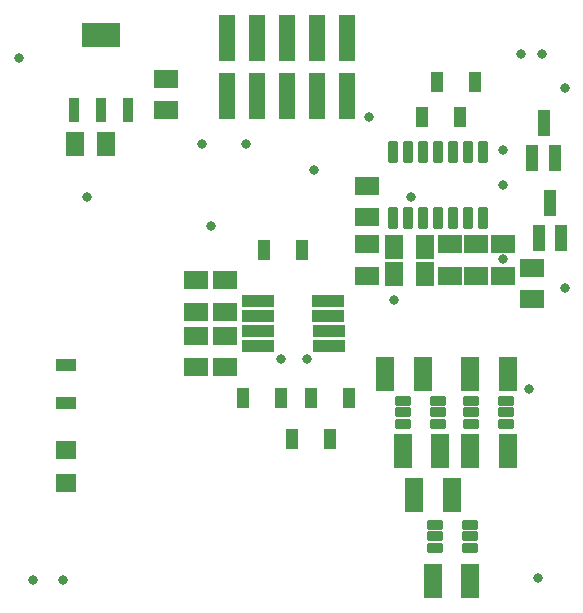
<source format=gts>
G04*
G04 #@! TF.GenerationSoftware,Altium Limited,Altium Designer,22.5.1 (42)*
G04*
G04 Layer_Color=8388736*
%FSLAX44Y44*%
%MOMM*%
G71*
G04*
G04 #@! TF.SameCoordinates,CF4701AC-517D-4BF5-B978-186F02F9A4D0*
G04*
G04*
G04 #@! TF.FilePolarity,Negative*
G04*
G01*
G75*
%ADD20R,3.2121X2.0542*%
%ADD21R,0.9534X2.0542*%
%ADD29R,1.1032X1.7532*%
%ADD30R,1.5532X3.0032*%
G04:AMPARAMS|DCode=31|XSize=0.8532mm|YSize=1.4032mm|CornerRadius=0.1504mm|HoleSize=0mm|Usage=FLASHONLY|Rotation=270.000|XOffset=0mm|YOffset=0mm|HoleType=Round|Shape=RoundedRectangle|*
%AMROUNDEDRECTD31*
21,1,0.8532,1.1025,0,0,270.0*
21,1,0.5525,1.4032,0,0,270.0*
1,1,0.3007,-0.5513,-0.2763*
1,1,0.3007,-0.5513,0.2763*
1,1,0.3007,0.5513,0.2763*
1,1,0.3007,0.5513,-0.2763*
%
%ADD31ROUNDEDRECTD31*%
%ADD32R,1.4732X3.8832*%
%ADD33R,2.0232X1.6432*%
%ADD34R,1.8032X1.6032*%
%ADD35R,1.6432X2.0232*%
G04:AMPARAMS|DCode=36|XSize=0.8532mm|YSize=1.8532mm|CornerRadius=0.1504mm|HoleSize=0mm|Usage=FLASHONLY|Rotation=180.000|XOffset=0mm|YOffset=0mm|HoleType=Round|Shape=RoundedRectangle|*
%AMROUNDEDRECTD36*
21,1,0.8532,1.5525,0,0,180.0*
21,1,0.5525,1.8532,0,0,180.0*
1,1,0.3007,-0.2763,0.7763*
1,1,0.3007,0.2763,0.7763*
1,1,0.3007,0.2763,-0.7763*
1,1,0.3007,-0.2763,-0.7763*
%
%ADD36ROUNDEDRECTD36*%
%ADD37R,1.0032X2.2032*%
%ADD38R,2.7032X1.0532*%
%ADD39R,1.7532X1.1032*%
%ADD40C,0.8032*%
D20*
X107500Y499250D02*
D03*
D21*
X130500Y435750D02*
D03*
X107500D02*
D03*
X84500D02*
D03*
D29*
X317500Y192500D02*
D03*
X285200D02*
D03*
X391350Y460000D02*
D03*
X423650D02*
D03*
X378850Y430000D02*
D03*
X411150D02*
D03*
X301150Y157500D02*
D03*
X268850D02*
D03*
X260000Y192500D02*
D03*
X227700D02*
D03*
X245200Y317500D02*
D03*
X277500D02*
D03*
D30*
X404500Y110000D02*
D03*
X372500D02*
D03*
X388000Y37500D02*
D03*
X420000D02*
D03*
X452000Y147500D02*
D03*
X420000D02*
D03*
Y212500D02*
D03*
X452000D02*
D03*
X362500Y147500D02*
D03*
X394500D02*
D03*
X379500Y212500D02*
D03*
X347500D02*
D03*
D31*
X419750Y65500D02*
D03*
Y75000D02*
D03*
Y84500D02*
D03*
X390250D02*
D03*
Y75000D02*
D03*
Y65500D02*
D03*
X392250Y170500D02*
D03*
Y180000D02*
D03*
Y189500D02*
D03*
X362750D02*
D03*
Y180000D02*
D03*
Y170500D02*
D03*
X449750Y189500D02*
D03*
Y180000D02*
D03*
Y170500D02*
D03*
X420250D02*
D03*
Y180000D02*
D03*
Y189500D02*
D03*
D32*
X214200Y447750D02*
D03*
Y497250D02*
D03*
X239600Y447750D02*
D03*
Y497250D02*
D03*
X265000Y447750D02*
D03*
Y497250D02*
D03*
X290400Y447750D02*
D03*
Y497250D02*
D03*
X315800Y447750D02*
D03*
Y497250D02*
D03*
D33*
X187500Y291720D02*
D03*
Y265000D02*
D03*
X332500Y345000D02*
D03*
Y371720D02*
D03*
Y322500D02*
D03*
Y295780D02*
D03*
X402500D02*
D03*
Y322500D02*
D03*
X425000Y295780D02*
D03*
Y322500D02*
D03*
X447500Y295780D02*
D03*
Y322500D02*
D03*
X472500Y302500D02*
D03*
Y275780D02*
D03*
X162500Y462500D02*
D03*
Y435780D02*
D03*
X212500Y265000D02*
D03*
Y291720D02*
D03*
X187500Y245000D02*
D03*
Y218280D02*
D03*
X212500Y245000D02*
D03*
Y218280D02*
D03*
D34*
X77500Y148000D02*
D03*
Y120000D02*
D03*
D35*
X381720Y297500D02*
D03*
X355000D02*
D03*
Y320000D02*
D03*
X381720D02*
D03*
X111720Y407500D02*
D03*
X85000D02*
D03*
D36*
X354400Y344250D02*
D03*
X367100D02*
D03*
X379800D02*
D03*
X392500D02*
D03*
X405200D02*
D03*
X417900D02*
D03*
X430600D02*
D03*
X354400Y400750D02*
D03*
X367100D02*
D03*
X379800D02*
D03*
X392500D02*
D03*
X405200D02*
D03*
X417900D02*
D03*
X430600D02*
D03*
D37*
X472500Y395000D02*
D03*
X491500D02*
D03*
X481986Y425055D02*
D03*
X478014Y327445D02*
D03*
X497014D02*
D03*
X487500Y357500D02*
D03*
D38*
X239746Y274050D02*
D03*
Y261350D02*
D03*
X299746Y274050D02*
D03*
Y261350D02*
D03*
X240254Y248650D02*
D03*
Y235950D02*
D03*
X300254Y248650D02*
D03*
Y235950D02*
D03*
D39*
X77500Y187700D02*
D03*
Y220000D02*
D03*
D40*
X355000Y320000D02*
D03*
Y275000D02*
D03*
X447300Y309800D02*
D03*
X447500Y402500D02*
D03*
X200000Y337500D02*
D03*
X265000Y447750D02*
D03*
X290000Y447500D02*
D03*
X334319Y429868D02*
D03*
X287500Y385000D02*
D03*
X37500Y480000D02*
D03*
X75000Y38010D02*
D03*
X49600D02*
D03*
X477500Y40000D02*
D03*
X462500Y483140D02*
D03*
X480534D02*
D03*
X447500Y372500D02*
D03*
X500000Y285000D02*
D03*
X472500Y275000D02*
D03*
X470000Y200000D02*
D03*
X239600Y447750D02*
D03*
X214200D02*
D03*
X230000Y407500D02*
D03*
X192500D02*
D03*
X367500Y395000D02*
D03*
X370000Y362500D02*
D03*
X316401Y447715D02*
D03*
X500000Y455000D02*
D03*
X281384Y225000D02*
D03*
X299996Y261355D02*
D03*
X367500Y345000D02*
D03*
X423650Y460000D02*
D03*
X290000Y495000D02*
D03*
X95000Y362500D02*
D03*
X259384Y225000D02*
D03*
X233270Y235939D02*
D03*
X298237Y235607D02*
D03*
M02*

</source>
